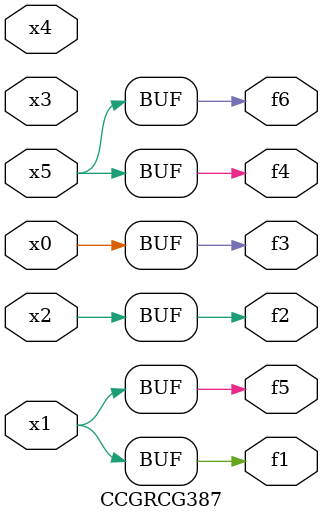
<source format=v>
module CCGRCG387(
	input x0, x1, x2, x3, x4, x5,
	output f1, f2, f3, f4, f5, f6
);
	assign f1 = x1;
	assign f2 = x2;
	assign f3 = x0;
	assign f4 = x5;
	assign f5 = x1;
	assign f6 = x5;
endmodule

</source>
